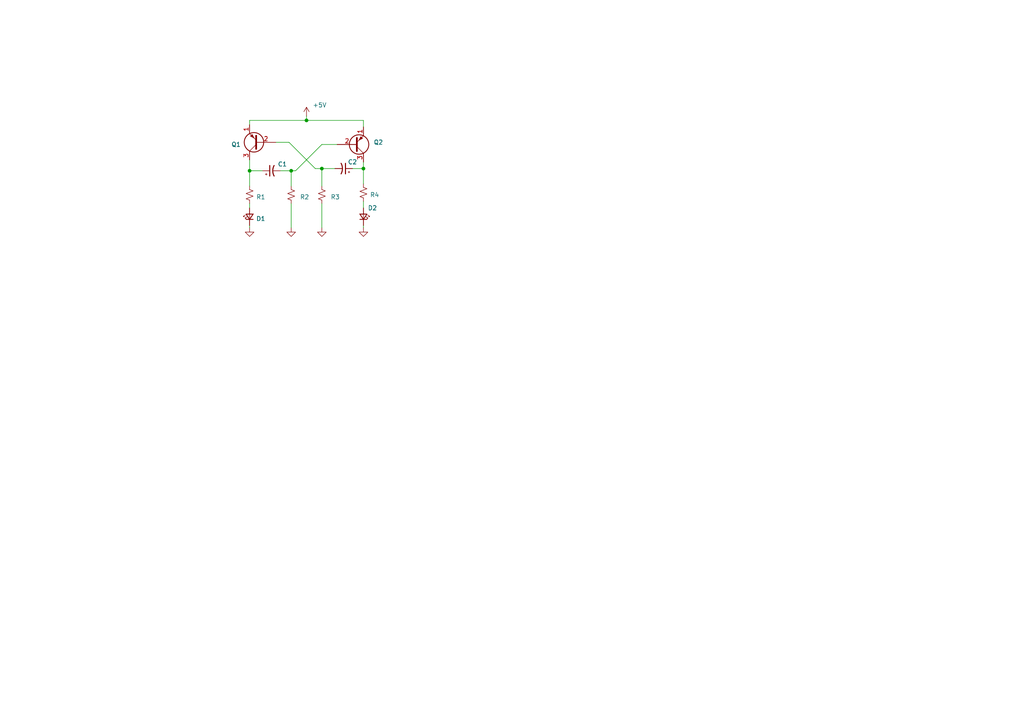
<source format=kicad_sch>
(kicad_sch (version 20220622) (generator eeschema)
  (paper "A4")
  (lib_symbols
    (symbol "Device:C_Polarized_Small_US" (pin_numbers hide) (pin_names (offset 0.254) hide)
      (property "Reference" "C" (at 0.254 1.778 0))
      (property "Value" "C_Polarized_Small_US" (at 0.254 -2.032 0))
      (symbol "C_Polarized_Small_US_0_1"
        (polyline (pts (xy -1.524 0.508) (xy 1.524 0.508)) (stroke (width 0.3048)))
        (polyline (pts (xy -1.27 1.524) (xy -0.762 1.524)))
        (polyline (pts (xy -1.016 1.27) (xy -1.016 1.778)))
        (arc (start 1.524 -0.762) (mid 0 -0.3734) (end -1.524 -0.762) (stroke (width 0.3048)))
      )
      (symbol "C_Polarized_Small_US_1_1"
        (pin passive line (at 0 2.54 270) (length 2.032) (name "~") (number "1"))
        (pin passive line (at 0 -2.54 90) (length 2.032) (name "~") (number "2"))
      )
    )
    (symbol "Device:LED_Small" (pin_numbers hide) (pin_names (offset 0.254) hide)
      (property "Reference" "D" (at -1.27 3.175 0))
      (property "Value" "LED_Small" (at -4.445 -2.54 0))
      (symbol "LED_Small_0_1"
        (polyline (pts (xy -0.762 -1.016) (xy -0.762 1.016)) (stroke (width 0.254)))
        (polyline (pts (xy 1.016 0) (xy -0.762 0)))
        (polyline (pts (xy 0.762 -1.016) (xy -0.762 0) (xy 0.762 1.016) (xy 0.762 -1.016)) (stroke (width 0.254)))
        (polyline (pts (xy 0 0.762) (xy -0.508 1.27) (xy -0.254 1.27) (xy -0.508 1.27) (xy -0.508 1.016)))
        (polyline (pts (xy 0.508 1.27) (xy 0 1.778) (xy 0.254 1.778) (xy 0 1.778) (xy 0 1.524)))
      )
      (symbol "LED_Small_1_1"
        (pin passive line (at -2.54 0 0) (length 1.778) (name "K") (number "1"))
        (pin passive line (at 2.54 0 180) (length 1.778) (name "A") (number "2"))
      )
    )
    (symbol "Device:R_Small_US" (pin_numbers hide) (pin_names (offset 0.254) hide)
      (property "Reference" "R" (at 0.762 0.508 0))
      (property "Value" "R_Small_US" (at 0.762 -1.016 0))
      (symbol "R_Small_US_1_1"
        (polyline (pts (xy 0 0) (xy 1.016 -0.381) (xy 0 -0.762) (xy -1.016 -1.143) (xy 0 -1.524)))
        (polyline (pts (xy 0 1.524) (xy 1.016 1.143) (xy 0 0.762) (xy -1.016 0.381) (xy 0 0)))
        (pin passive line (at 0 2.54 270) (length 1.016) (name "~") (number "1"))
        (pin passive line (at 0 -2.54 90) (length 1.016) (name "~") (number "2"))
      )
    )
    (symbol "Transistor_BJT:2N3906" (pin_names (offset 0) hide)
      (property "Reference" "Q" (at 5.08 1.905 0))
      (property "Value" "2N3906" (at 5.08 0 0))
      (symbol "2N3906_0_1"
        (polyline (pts (xy 0.635 0.635) (xy 2.54 2.54)))
        (polyline (pts (xy 0.635 -0.635) (xy 2.54 -2.54) (xy 2.54 -2.54)))
        (polyline (pts (xy 0.635 1.905) (xy 0.635 -1.905) (xy 0.635 -1.905)) (stroke (width 0.508)))
        (polyline (pts (xy 2.286 -1.778) (xy 1.778 -2.286) (xy 1.27 -1.27) (xy 2.286 -1.778) (xy 2.286 -1.778)) (fill (type outline)))
        (circle (center 1.27 0) (radius 2.8194) (stroke (width 0.254)))
      )
      (symbol "2N3906_1_1"
        (pin passive line (at 2.54 -5.08 90) (length 2.54) (name "E") (number "1"))
        (pin input line (at -5.08 0 0) (length 5.715) (name "B") (number "2"))
        (pin passive line (at 2.54 5.08 270) (length 2.54) (name "C") (number "3"))
      )
    )
    (symbol "power:+5V" (power) (pin_names (offset 0))
      (property "Value" "+5V" (at 0 3.556 0))
      (symbol "+5V_0_1"
        (polyline (pts (xy -0.762 1.27) (xy 0 2.54)))
        (polyline (pts (xy 0 0) (xy 0 2.54)))
        (polyline (pts (xy 0 2.54) (xy 0.762 1.27)))
      )
      (symbol "+5V_1_1"
        (pin power_in line (at 0 0 90) (length 0) hide (name "+5V") (number "1"))
      )
    )
    (symbol "power:GND" (power) (pin_names (offset 0))
      (property "Value" "GND" (at 0 -3.81 0))
      (symbol "GND_0_1"
        (polyline (pts (xy 0 0) (xy 0 -1.27) (xy 1.27 -1.27) (xy 0 -2.54) (xy -1.27 -1.27) (xy 0 -1.27)))
      )
      (symbol "GND_1_1"
        (pin power_in line (at 0 0 270) (length 0) hide (name "GND") (number "1"))
      )
    )
  )
  (junction (at 93.345 48.895))
  (junction (at 72.39 49.53))
  (junction (at 84.455 49.53))
  (junction (at 88.9 34.925))
  (junction (at 105.41 48.895))
  (wire (pts (xy 72.39 59.055) (xy 72.39 60.325)))
  (wire (pts (xy 72.39 34.925) (xy 88.9 34.925)))
  (wire (pts (xy 72.39 49.53) (xy 72.39 46.355)))
  (wire (pts (xy 93.345 41.91) (xy 85.725 49.53)))
  (wire (pts (xy 72.39 49.53) (xy 72.39 53.975)))
  (wire (pts (xy 105.41 34.925) (xy 105.41 36.83)))
  (wire (pts (xy 83.82 41.275) (xy 91.44 48.895)))
  (wire (pts (xy 105.41 65.405) (xy 105.41 66.04)))
  (wire (pts (xy 97.79 41.91) (xy 93.345 41.91)))
  (wire (pts (xy 84.455 49.53) (xy 85.725 49.53)))
  (wire (pts (xy 84.455 59.055) (xy 84.455 66.04)))
  (wire (pts (xy 102.235 48.895) (xy 105.41 48.895)))
  (wire (pts (xy 76.2 49.53) (xy 72.39 49.53)))
  (wire (pts (xy 105.41 46.99) (xy 105.41 48.895)))
  (wire (pts (xy 105.41 48.895) (xy 105.41 53.34)))
  (wire (pts (xy 93.345 48.895) (xy 93.345 53.975)))
  (wire (pts (xy 72.39 66.04) (xy 72.39 65.405)))
  (wire (pts (xy 84.455 53.975) (xy 84.455 49.53)))
  (wire (pts (xy 93.345 59.055) (xy 93.345 66.04)))
  (wire (pts (xy 84.455 49.53) (xy 81.28 49.53)))
  (wire (pts (xy 88.9 34.925) (xy 105.41 34.925)))
  (wire (pts (xy 88.9 33.655) (xy 88.9 34.925)))
  (wire (pts (xy 80.01 41.275) (xy 83.82 41.275)))
  (wire (pts (xy 105.41 58.42) (xy 105.41 60.325)))
  (wire (pts (xy 91.44 48.895) (xy 93.345 48.895)))
  (wire (pts (xy 72.39 36.195) (xy 72.39 34.925)))
  (wire (pts (xy 97.155 48.895) (xy 93.345 48.895)))
  (symbol (lib_id "Device:R_Small_US") (at 105.41 55.88 0) (unit 1)
    (default_instance (reference "R") (unit 1) (value "R_Small_US") (footprint ""))
    (property "Reference" "R4" (at 107.315 56.515 0) (effects (justify left)))
    (property "Value" "R_Small_US" (effects hide))
  )
  (symbol (lib_id "power:GND") (at 105.41 66.04 0) (unit 1)
    (default_instance (reference "#PWR") (unit 1) (value "GND") (footprint ""))
    (property "Reference" "#PWR?" (effects hide))
    (property "Value" "GND" (effects hide))
  )
  (symbol (lib_id "Device:LED_Small") (at 72.39 62.865 90) (unit 1)
    (default_instance (reference "D") (unit 1) (value "LED_Small") (footprint ""))
    (property "Reference" "D1" (at 74.295 63.4365 90) (effects (justify right)))
    (property "Value" "LED_Small" (effects hide))
  )
  (symbol (lib_id "Transistor_BJT:2N3906") (at 102.87 41.91 0) (mirror x) (unit 1)
    (default_instance (reference "Q") (unit 1) (value "2N3906") (footprint "Package_TO_SOT_THT:TO-92_Inline"))
    (property "Reference" "Q2" (at 111.125 41.275 0) (effects (justify right)))
    (property "Value" "2N3906" (effects hide))
    (property "Footprint" "Package_TO_SOT_THT:TO-92_Inline" (effects hide))
    (property "Datasheet" "https://www.onsemi.com/pub/Collateral/2N3906-D.PDF" (effects hide))
  )
  (symbol (lib_id "Transistor_BJT:2N3906") (at 74.93 41.275 180) (unit 1)
    (default_instance (reference "Q") (unit 1) (value "2N3906") (footprint "Package_TO_SOT_THT:TO-92_Inline"))
    (property "Reference" "Q1" (at 69.85 41.91 0) (effects (justify left)))
    (property "Value" "2N3906" (effects hide))
    (property "Footprint" "Package_TO_SOT_THT:TO-92_Inline" (effects hide))
    (property "Datasheet" "https://www.onsemi.com/pub/Collateral/2N3906-D.PDF" (effects hide))
  )
  (symbol (lib_id "Device:C_Polarized_Small_US") (at 78.74 49.53 90) (unit 1)
    (default_instance (reference "C") (unit 1) (value "C_Polarized_Small_US") (footprint ""))
    (property "Reference" "C1" (at 81.915 47.625 90))
    (property "Value" "C_Polarized_Small_US" (effects hide))
  )
  (symbol (lib_id "power:GND") (at 93.345 66.04 0) (unit 1)
    (default_instance (reference "#PWR") (unit 1) (value "GND") (footprint ""))
    (property "Reference" "#PWR?" (effects hide))
    (property "Value" "GND" (effects hide))
  )
  (symbol (lib_id "power:GND") (at 72.39 66.04 0) (unit 1)
    (default_instance (reference "#PWR") (unit 1) (value "GND") (footprint ""))
    (property "Reference" "#PWR?" (effects hide))
    (property "Value" "GND" (effects hide))
  )
  (symbol (lib_id "power:+5V") (at 88.9 33.655 0) (unit 1)
    (default_instance (reference "#PWR") (unit 1) (value "+5V") (footprint ""))
    (property "Reference" "#PWR?" (effects hide))
    (property "Value" "+5V" (at 92.71 30.48 0))
  )
  (symbol (lib_id "Device:R_Small_US") (at 93.345 56.515 0) (unit 1)
    (default_instance (reference "R") (unit 1) (value "R_Small_US") (footprint ""))
    (property "Reference" "R3" (at 95.885 57.15 0) (effects (justify left)))
    (property "Value" "R_Small_US" (effects hide))
  )
  (symbol (lib_id "Device:R_Small_US") (at 72.39 56.515 0) (unit 1)
    (default_instance (reference "R") (unit 1) (value "R_Small_US") (footprint ""))
    (property "Reference" "R1" (at 74.295 57.15 0) (effects (justify left)))
    (property "Value" "R_Small_US" (effects hide))
  )
  (symbol (lib_id "Device:C_Polarized_Small_US") (at 99.695 48.895 270) (mirror x) (unit 1)
    (default_instance (reference "C") (unit 1) (value "C_Polarized_Small_US") (footprint ""))
    (property "Reference" "C2" (at 102.235 46.99 90))
    (property "Value" "C_Polarized_Small_US" (effects hide))
  )
  (symbol (lib_id "Device:R_Small_US") (at 84.455 56.515 0) (unit 1)
    (default_instance (reference "R") (unit 1) (value "R_Small_US") (footprint ""))
    (property "Reference" "R2" (at 86.995 57.15 0) (effects (justify left)))
    (property "Value" "R_Small_US" (effects hide))
  )
  (symbol (lib_id "power:GND") (at 84.455 66.04 0) (unit 1)
    (default_instance (reference "#PWR") (unit 1) (value "GND") (footprint ""))
    (property "Reference" "#PWR?" (effects hide))
    (property "Value" "GND" (effects hide))
  )
  (symbol (lib_id "Device:LED_Small") (at 105.41 62.865 270) (mirror x) (unit 1)
    (default_instance (reference "D") (unit 1) (value "LED_Small") (footprint ""))
    (property "Reference" "D2" (at 106.68 60.325 90) (effects (justify left)))
    (property "Value" "LED_Small" (effects hide))
  )
)
</source>
